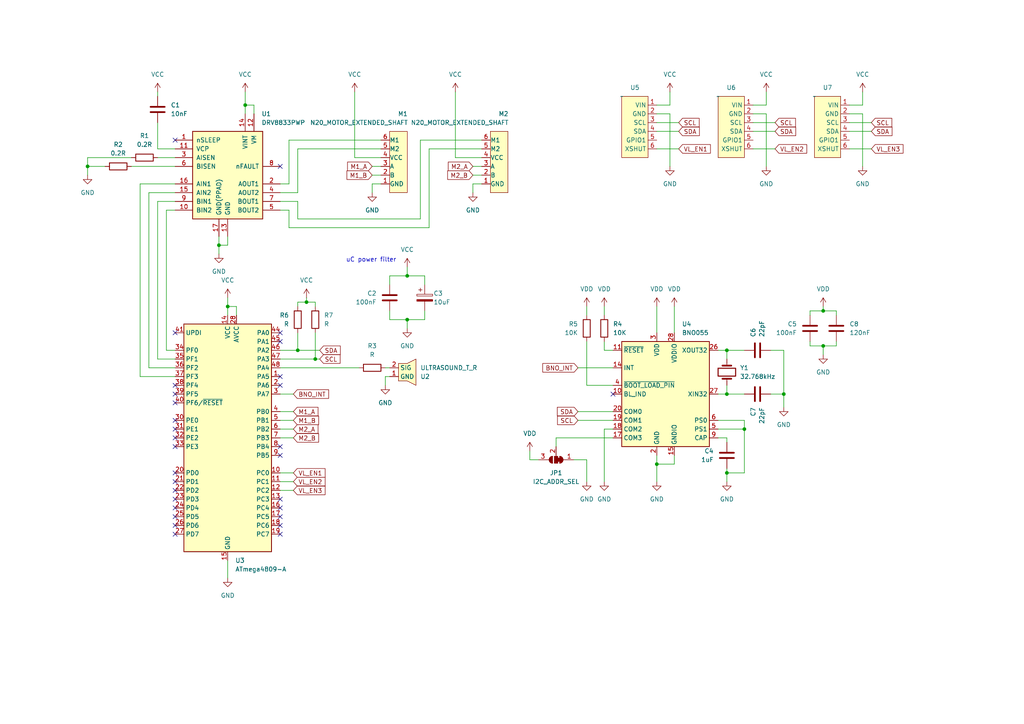
<source format=kicad_sch>
(kicad_sch (version 20230121) (generator eeschema)
  (paper "A4")
  (lib_symbols
    (symbol "Device:C" (pin_numbers hide) (pin_names (offset 0.254))
      (property "Reference" "C" (at 0.635 2.54 0))
      (property "Value" "C" (at 0.635 -2.54 0))
      (symbol "C_0_1"
        (polyline (pts (xy -2.032 -0.762) (xy 2.032 -0.762)) (stroke (width 0.508)))
        (polyline (pts (xy -2.032 0.762) (xy 2.032 0.762)) (stroke (width 0.508)))
      )
      (symbol "C_1_1"
        (pin passive line (at 0 3.81 270) (length 2.794) (name "~") (number "1"))
        (pin passive line (at 0 -3.81 90) (length 2.794) (name "~") (number "2"))
      )
    )
    (symbol "Device:C_Polarized" (pin_numbers hide) (pin_names (offset 0.254))
      (property "Reference" "C" (at 0.635 2.54 0))
      (property "Value" "C_Polarized" (at 0.635 -2.54 0))
      (symbol "C_Polarized_0_1"
        (rectangle (start -2.286 0.508) (end 2.286 1.016))
        (polyline (pts (xy -1.778 2.286) (xy -0.762 2.286)))
        (polyline (pts (xy -1.27 2.794) (xy -1.27 1.778)))
        (rectangle (start 2.286 -0.508) (end -2.286 -1.016) (fill (type outline)))
      )
      (symbol "C_Polarized_1_1"
        (pin passive line (at 0 3.81 270) (length 2.794) (name "~") (number "1"))
        (pin passive line (at 0 -3.81 90) (length 2.794) (name "~") (number "2"))
      )
    )
    (symbol "Device:Crystal" (pin_numbers hide) (pin_names (offset 1.016) hide)
      (property "Reference" "Y" (at 0 3.81 0))
      (property "Value" "Crystal" (at 0 -3.81 0))
      (symbol "Crystal_0_1"
        (rectangle (start -1.143 2.54) (end 1.143 -2.54) (stroke (width 0.3048)))
        (polyline (pts (xy -2.54 0) (xy -1.905 0)))
        (polyline (pts (xy -1.905 -1.27) (xy -1.905 1.27)) (stroke (width 0.508)))
        (polyline (pts (xy 1.905 -1.27) (xy 1.905 1.27)) (stroke (width 0.508)))
        (polyline (pts (xy 2.54 0) (xy 1.905 0)))
      )
      (symbol "Crystal_1_1"
        (pin passive line (at -3.81 0 0) (length 1.27) (name "1") (number "1"))
        (pin passive line (at 3.81 0 180) (length 1.27) (name "2") (number "2"))
      )
    )
    (symbol "Device:R" (pin_numbers hide) (pin_names (offset 0))
      (property "Reference" "R" (at 2.032 0 90))
      (property "Value" "R" (at 0 0 90))
      (symbol "R_0_1"
        (rectangle (start -1.016 -2.54) (end 1.016 2.54) (stroke (width 0.254)))
      )
      (symbol "R_1_1"
        (pin passive line (at 0 3.81 270) (length 1.27) (name "~") (number "1"))
        (pin passive line (at 0 -3.81 90) (length 1.27) (name "~") (number "2"))
      )
    )
    (symbol "Driver_Motor:DRV8833PWP" (pin_names (offset 1.016))
      (property "Reference" "U" (at -3.81 16.51 0))
      (property "Value" "DRV8833PWP" (at -3.81 13.97 0))
      (symbol "DRV8833PWP_0_1"
        (rectangle (start -10.16 12.7) (end 10.16 -12.7) (stroke (width 0.254)) (fill (type background)))
      )
      (symbol "DRV8833PWP_1_1"
        (pin input line (at -15.24 10.16 0) (length 5.08) (name "nSLEEP") (number "1"))
        (pin input line (at -15.24 -10.16 0) (length 5.08) (name "BIN2") (number "10"))
        (pin bidirectional line (at -15.24 7.62 0) (length 5.08) (name "VCP") (number "11"))
        (pin power_in line (at 7.62 17.78 270) (length 5.08) (name "VM") (number "12"))
        (pin power_in line (at 0 -17.78 90) (length 5.08) (name "GND") (number "13"))
        (pin power_in line (at 5.08 17.78 270) (length 5.08) (name "VINT") (number "14"))
        (pin input line (at -15.24 -5.08 0) (length 5.08) (name "AIN2") (number "15"))
        (pin input line (at -15.24 -2.54 0) (length 5.08) (name "AIN1") (number "16"))
        (pin power_in line (at -2.54 -17.78 90) (length 5.08) (name "GND(PPAD)") (number "17"))
        (pin power_out line (at 15.24 -2.54 180) (length 5.08) (name "AOUT1") (number "2"))
        (pin bidirectional line (at -15.24 5.08 0) (length 5.08) (name "AISEN") (number "3"))
        (pin power_out line (at 15.24 -5.08 180) (length 5.08) (name "AOUT2") (number "4"))
        (pin power_out line (at 15.24 -10.16 180) (length 5.08) (name "BOUT2") (number "5"))
        (pin bidirectional line (at -15.24 2.54 0) (length 5.08) (name "BISEN") (number "6"))
        (pin power_out line (at 15.24 -7.62 180) (length 5.08) (name "BOUT1") (number "7"))
        (pin open_collector line (at 15.24 2.54 180) (length 5.08) (name "nFAULT") (number "8"))
        (pin input line (at -15.24 -7.62 0) (length 5.08) (name "BIN1") (number "9"))
      )
    )
    (symbol "Jumper:SolderJumper_3_Bridged12" (pin_names (offset 0) hide)
      (property "Reference" "JP" (at -2.54 -2.54 0))
      (property "Value" "SolderJumper_3_Bridged12" (at 0 2.794 0))
      (symbol "SolderJumper_3_Bridged12_0_1"
        (rectangle (start -1.016 0.508) (end -0.508 -0.508) (fill (type outline)))
        (arc (start -1.016 1.016) (mid -2.0276 0) (end -1.016 -1.016))
        (arc (start -1.016 1.016) (mid -2.0276 0) (end -1.016 -1.016) (fill (type outline)))
        (rectangle (start -0.508 1.016) (end 0.508 -1.016) (fill (type outline)))
        (polyline (pts (xy -2.54 0) (xy -2.032 0)))
        (polyline (pts (xy -1.016 1.016) (xy -1.016 -1.016)))
        (polyline (pts (xy 0 -1.27) (xy 0 -1.016)))
        (polyline (pts (xy 1.016 1.016) (xy 1.016 -1.016)))
        (polyline (pts (xy 2.54 0) (xy 2.032 0)))
        (arc (start 1.016 -1.016) (mid 2.0276 0) (end 1.016 1.016))
        (arc (start 1.016 -1.016) (mid 2.0276 0) (end 1.016 1.016) (fill (type outline)))
      )
      (symbol "SolderJumper_3_Bridged12_1_1"
        (pin passive line (at -5.08 0 0) (length 2.54) (name "A") (number "1"))
        (pin passive line (at 0 -3.81 90) (length 2.54) (name "C") (number "2"))
        (pin passive line (at 5.08 0 180) (length 2.54) (name "B") (number "3"))
      )
    )
    (symbol "MCU_Microchip_ATmega:ATmega4809-A"
      (property "Reference" "U" (at -12.7 34.29 0))
      (property "Value" "ATmega4809-A" (at 2.54 -34.29 0))
      (symbol "ATmega4809-A_0_1"
        (rectangle (start -12.7 -33.02) (end 12.7 33.02) (stroke (width 0.254)) (fill (type background)))
      )
      (symbol "ATmega4809-A_1_1"
        (pin bidirectional line (at 15.24 17.78 180) (length 2.54) (name "PA5") (number "1"))
        (pin bidirectional line (at 15.24 -10.16 180) (length 2.54) (name "PC0") (number "10"))
        (pin bidirectional line (at 15.24 -12.7 180) (length 2.54) (name "PC1") (number "11"))
        (pin bidirectional line (at 15.24 -15.24 180) (length 2.54) (name "PC2") (number "12"))
        (pin bidirectional line (at 15.24 -17.78 180) (length 2.54) (name "PC3") (number "13"))
        (pin power_in line (at 0 35.56 270) (length 2.54) (name "VCC") (number "14"))
        (pin power_in line (at 0 -35.56 90) (length 2.54) (name "GND") (number "15"))
        (pin bidirectional line (at 15.24 -20.32 180) (length 2.54) (name "PC4") (number "16"))
        (pin bidirectional line (at 15.24 -22.86 180) (length 2.54) (name "PC5") (number "17"))
        (pin bidirectional line (at 15.24 -25.4 180) (length 2.54) (name "PC6") (number "18"))
        (pin bidirectional line (at 15.24 -27.94 180) (length 2.54) (name "PC7") (number "19"))
        (pin bidirectional line (at 15.24 15.24 180) (length 2.54) (name "PA6") (number "2"))
        (pin bidirectional line (at -15.24 -10.16 0) (length 2.54) (name "PD0") (number "20"))
        (pin bidirectional line (at -15.24 -12.7 0) (length 2.54) (name "PD1") (number "21"))
        (pin bidirectional line (at -15.24 -15.24 0) (length 2.54) (name "PD2") (number "22"))
        (pin bidirectional line (at -15.24 -17.78 0) (length 2.54) (name "PD3") (number "23"))
        (pin bidirectional line (at -15.24 -20.32 0) (length 2.54) (name "PD4") (number "24"))
        (pin bidirectional line (at -15.24 -22.86 0) (length 2.54) (name "PD5") (number "25"))
        (pin bidirectional line (at -15.24 -25.4 0) (length 2.54) (name "PD6") (number "26"))
        (pin bidirectional line (at -15.24 -27.94 0) (length 2.54) (name "PD7") (number "27"))
        (pin power_in line (at 2.54 35.56 270) (length 2.54) (name "AVCC") (number "28"))
        (pin passive line (at 0 -35.56 90) (length 2.54) hide (name "GND") (number "29"))
        (pin bidirectional line (at 15.24 12.7 180) (length 2.54) (name "PA7") (number "3"))
        (pin bidirectional line (at -15.24 5.08 0) (length 2.54) (name "PE0") (number "30"))
        (pin bidirectional line (at -15.24 2.54 0) (length 2.54) (name "PE1") (number "31"))
        (pin bidirectional line (at -15.24 0 0) (length 2.54) (name "PE2") (number "32"))
        (pin bidirectional line (at -15.24 -2.54 0) (length 2.54) (name "PE3") (number "33"))
        (pin bidirectional line (at -15.24 25.4 0) (length 2.54) (name "PF0") (number "34"))
        (pin bidirectional line (at -15.24 22.86 0) (length 2.54) (name "PF1") (number "35"))
        (pin bidirectional line (at -15.24 20.32 0) (length 2.54) (name "PF2") (number "36"))
        (pin bidirectional line (at -15.24 17.78 0) (length 2.54) (name "PF3") (number "37"))
        (pin bidirectional line (at -15.24 15.24 0) (length 2.54) (name "PF4") (number "38"))
        (pin bidirectional line (at -15.24 12.7 0) (length 2.54) (name "PF5") (number "39"))
        (pin bidirectional line (at 15.24 7.62 180) (length 2.54) (name "PB0") (number "4"))
        (pin bidirectional line (at -15.24 10.16 0) (length 2.54) (name "PF6/~{RESET}") (number "40"))
        (pin bidirectional line (at -15.24 30.48 0) (length 2.54) (name "UPDI") (number "41"))
        (pin passive line (at 0 35.56 270) (length 2.54) hide (name "VCC") (number "42"))
        (pin passive line (at 0 -35.56 90) (length 2.54) hide (name "GND") (number "43"))
        (pin bidirectional line (at 15.24 30.48 180) (length 2.54) (name "PA0") (number "44"))
        (pin bidirectional line (at 15.24 27.94 180) (length 2.54) (name "PA1") (number "45"))
        (pin bidirectional line (at 15.24 25.4 180) (length 2.54) (name "PA2") (number "46"))
        (pin bidirectional line (at 15.24 22.86 180) (length 2.54) (name "PA3") (number "47"))
        (pin bidirectional line (at 15.24 20.32 180) (length 2.54) (name "PA4") (number "48"))
        (pin bidirectional line (at 15.24 5.08 180) (length 2.54) (name "PB1") (number "5"))
        (pin bidirectional line (at 15.24 2.54 180) (length 2.54) (name "PB2") (number "6"))
        (pin bidirectional line (at 15.24 0 180) (length 2.54) (name "PB3") (number "7"))
        (pin bidirectional line (at 15.24 -2.54 180) (length 2.54) (name "PB4") (number "8"))
        (pin bidirectional line (at 15.24 -5.08 180) (length 2.54) (name "PB5") (number "9"))
      )
    )
    (symbol "Sensor_Motion:BNO055"
      (property "Reference" "U" (at -11.43 16.51 0))
      (property "Value" "BNO055" (at 12.7 16.51 0))
      (symbol "BNO055_0_1"
        (rectangle (start -12.7 15.24) (end 12.7 -15.24) (stroke (width 0.254)) (fill (type background)))
      )
      (symbol "BNO055_1_1"
        (pin no_connect line (at -12.7 10.16 0) (length 2.54) hide (name "PIN1") (number "1"))
        (pin output line (at -15.24 0 0) (length 2.54) (name "BL_IND") (number "10"))
        (pin input line (at -15.24 12.7 0) (length 2.54) (name "~{RESET}") (number "11"))
        (pin no_connect line (at 12.7 10.16 180) (length 2.54) hide (name "PIN12") (number "12"))
        (pin no_connect line (at 12.7 7.62 180) (length 2.54) hide (name "PIN13") (number "13"))
        (pin output line (at -15.24 7.62 0) (length 2.54) (name "INT") (number "14"))
        (pin power_in line (at 2.54 -17.78 90) (length 2.54) (name "GNDIO") (number "15"))
        (pin passive line (at 2.54 -17.78 90) (length 2.54) hide (name "GNDIO") (number "16"))
        (pin input line (at -15.24 -12.7 0) (length 2.54) (name "COM3") (number "17"))
        (pin passive line (at -15.24 -10.16 0) (length 2.54) (name "COM2") (number "18"))
        (pin bidirectional line (at -15.24 -7.62 0) (length 2.54) (name "COM1") (number "19"))
        (pin power_in line (at -2.54 -17.78 90) (length 2.54) (name "GND") (number "2"))
        (pin bidirectional line (at -15.24 -5.08 0) (length 2.54) (name "COM0") (number "20"))
        (pin no_connect line (at 12.7 5.08 180) (length 2.54) hide (name "PIN21") (number "21"))
        (pin no_connect line (at 12.7 2.54 180) (length 2.54) hide (name "PIN22") (number "22"))
        (pin no_connect line (at 12.7 -2.54 180) (length 2.54) hide (name "PIN23") (number "23"))
        (pin no_connect line (at 12.7 -5.08 180) (length 2.54) hide (name "PIN24") (number "24"))
        (pin passive line (at 2.54 -17.78 90) (length 2.54) hide (name "GNDIO") (number "25"))
        (pin output line (at 15.24 12.7 180) (length 2.54) (name "XOUT32") (number "26"))
        (pin input line (at 15.24 0 180) (length 2.54) (name "XIN32") (number "27"))
        (pin power_in line (at 2.54 17.78 270) (length 2.54) (name "VDDIO") (number "28"))
        (pin power_in line (at -2.54 17.78 270) (length 2.54) (name "VDD") (number "3"))
        (pin input line (at -15.24 2.54 0) (length 2.54) (name "~{BOOT_LOAD_PIN}") (number "4"))
        (pin input line (at 15.24 -10.16 180) (length 2.54) (name "PS1") (number "5"))
        (pin input line (at 15.24 -7.62 180) (length 2.54) (name "PS0") (number "6"))
        (pin no_connect line (at -12.7 5.08 0) (length 2.54) hide (name "PIN7") (number "7"))
        (pin no_connect line (at -12.7 -2.54 0) (length 2.54) hide (name "PIN8") (number "8"))
        (pin passive line (at 15.24 -12.7 180) (length 2.54) (name "CAP") (number "9"))
      )
    )
    (symbol "pololu:N20_MOTOR_EXTENDED_SHAFT" (pin_names (offset 0.002))
      (property "Reference" "M" (at 2.54 -19.05 0))
      (property "Value" "N20_MOTOR_EXTENDED_SHAFT" (at 13.97 1.27 0))
      (symbol "N20_MOTOR_EXTENDED_SHAFT_0_1"
        (rectangle (start 0 0) (end 5.08 -17.78) (fill (type background)))
      )
      (symbol "N20_MOTOR_EXTENDED_SHAFT_1_1"
        (pin power_in line (at 7.62 -15.24 180) (length 2.54) (name "GND") (number "1"))
        (pin output line (at 7.62 -12.7 180) (length 2.54) (name "B") (number "2"))
        (pin output line (at 7.62 -10.16 180) (length 2.54) (name "A") (number "3"))
        (pin power_in line (at 7.62 -7.62 180) (length 2.54) (name "VCC") (number "4"))
        (pin input line (at 7.62 -5.08 180) (length 2.54) (name "M2") (number "5"))
        (pin input line (at 7.62 -2.54 180) (length 2.54) (name "M1") (number "6"))
      )
    )
    (symbol "pololu:ULTRASOUND_T_R"
      (property "Reference" "U" (at 8.89 -3.81 0))
      (property "Value" "ULTRASOUND_T_R" (at 0 1.27 0))
      (symbol "ULTRASOUND_T_R_1_1"
        (polyline (pts (xy 2.54 -1.27) (xy 2.54 -6.35) (xy 5.08 -6.35) (xy 7.62 -7.62) (xy 7.62 0) (xy 5.08 -1.27) (xy 2.54 -1.27)) (fill (type background)))
        (pin power_in line (at 0 -2.54 0) (length 2.54) (name "GND") (number "1"))
        (pin input line (at 0 -5.08 0) (length 2.54) (name "SIG") (number "2"))
      )
    )
    (symbol "pololu:VL53L0X"
      (property "Reference" "U" (at 1.27 1.27 0))
      (symbol "VL53L0X_1_1"
        (rectangle (start 0 0) (end 7.62 -17.78) (fill (type background)))
        (pin power_in line (at 10.16 -2.54 180) (length 2.54) (name "VIN") (number "1"))
        (pin power_in line (at 10.16 -5.08 180) (length 2.54) (name "GND") (number "2"))
        (pin input line (at 10.16 -7.62 180) (length 2.54) (name "SCL") (number "3"))
        (pin bidirectional line (at 10.16 -10.16 180) (length 2.54) (name "SDA") (number "4"))
        (pin output line (at 10.16 -12.7 180) (length 2.54) (name "GPIO1") (number "5"))
        (pin input line (at 10.16 -15.24 180) (length 2.54) (name "XSHUT") (number "6"))
      )
    )
    (symbol "power:GND" (power) (pin_names (offset 0))
      (property "Value" "GND" (at 0 -3.81 0))
      (symbol "GND_0_1"
        (polyline (pts (xy 0 0) (xy 0 -1.27) (xy 1.27 -1.27) (xy 0 -2.54) (xy -1.27 -1.27) (xy 0 -1.27)))
      )
      (symbol "GND_1_1"
        (pin power_in line (at 0 0 270) (length 0) hide (name "GND") (number "1"))
      )
    )
    (symbol "power:VCC" (power) (pin_names (offset 0))
      (property "Value" "VCC" (at 0 3.81 0))
      (symbol "VCC_0_1"
        (polyline (pts (xy -0.762 1.27) (xy 0 2.54)))
        (polyline (pts (xy 0 0) (xy 0 2.54)))
        (polyline (pts (xy 0 2.54) (xy 0.762 1.27)))
      )
      (symbol "VCC_1_1"
        (pin power_in line (at 0 0 90) (length 0) hide (name "VCC") (number "1"))
      )
    )
    (symbol "power:VDD" (power) (pin_names (offset 0))
      (property "Value" "VDD" (at 0 3.81 0))
      (symbol "VDD_0_1"
        (polyline (pts (xy -0.762 1.27) (xy 0 2.54)))
        (polyline (pts (xy 0 0) (xy 0 2.54)))
        (polyline (pts (xy 0 2.54) (xy 0.762 1.27)))
      )
      (symbol "VDD_1_1"
        (pin power_in line (at 0 0 90) (length 0) hide (name "VDD") (number "1"))
      )
    )
  )
  (junction (at 238.76 100.33))
  (junction (at 215.9 124.46))
  (junction (at 71.12 30.48))
  (junction (at 190.5 134.62))
  (junction (at 88.9 87.63))
  (junction (at 210.82 137.16))
  (junction (at 63.5 71.12))
  (junction (at 118.11 92.71))
  (junction (at 118.11 80.01))
  (junction (at 86.36 101.6))
  (junction (at 91.44 104.14))
  (junction (at 210.82 114.3))
  (junction (at 66.04 88.9))
  (junction (at 238.76 90.17))
  (junction (at 25.4 48.26))
  (junction (at 210.82 101.6))
  (junction (at 227.33 114.3))
  (no_connect (at 81.28 129.54))
  (no_connect (at 50.8 116.84))
  (no_connect (at 50.8 124.46))
  (no_connect (at 81.28 48.26))
  (no_connect (at 50.8 114.3))
  (no_connect (at 50.8 142.24))
  (no_connect (at 50.8 152.4))
  (no_connect (at 50.8 139.7))
  (no_connect (at 177.8 114.3))
  (no_connect (at 50.8 149.86))
  (no_connect (at 81.28 144.78))
  (no_connect (at 50.8 127))
  (no_connect (at 81.28 132.08))
  (no_connect (at 50.8 147.32))
  (no_connect (at 50.8 96.52))
  (no_connect (at 50.8 137.16))
  (no_connect (at 81.28 149.86))
  (no_connect (at 81.28 109.22))
  (no_connect (at 50.8 111.76))
  (no_connect (at 50.8 121.92))
  (no_connect (at 81.28 154.94))
  (no_connect (at 81.28 111.76))
  (no_connect (at 50.8 40.64))
  (no_connect (at 50.8 154.94))
  (no_connect (at 50.8 144.78))
  (no_connect (at 81.28 96.52))
  (no_connect (at 81.28 147.32))
  (no_connect (at 81.28 99.06))
  (no_connect (at 50.8 129.54))
  (no_connect (at 81.28 152.4))
  (wire (pts (xy 246.38 35.56) (xy 252.73 35.56)))
  (wire (pts (xy 81.28 142.24) (xy 85.09 142.24)))
  (wire (pts (xy 81.28 60.96) (xy 83.82 60.96)))
  (wire (pts (xy 66.04 68.58) (xy 66.04 71.12)))
  (wire (pts (xy 177.8 127) (xy 161.29 127)))
  (wire (pts (xy 215.9 121.92) (xy 215.9 124.46)))
  (wire (pts (xy 234.95 90.17) (xy 234.95 91.44)))
  (wire (pts (xy 238.76 90.17) (xy 234.95 90.17)))
  (wire (pts (xy 190.5 38.1) (xy 196.85 38.1)))
  (wire (pts (xy 110.49 53.34) (xy 107.95 53.34)))
  (wire (pts (xy 137.16 55.88) (xy 137.16 53.34)))
  (wire (pts (xy 234.95 100.33) (xy 234.95 99.06)))
  (wire (pts (xy 91.44 104.14) (xy 92.71 104.14)))
  (wire (pts (xy 38.1 45.72) (xy 25.4 45.72)))
  (wire (pts (xy 86.36 55.88) (xy 86.36 43.18)))
  (wire (pts (xy 170.18 111.76) (xy 170.18 99.06)))
  (wire (pts (xy 43.18 106.68) (xy 50.8 106.68)))
  (wire (pts (xy 81.28 114.3) (xy 85.09 114.3)))
  (wire (pts (xy 123.19 90.17) (xy 123.19 92.71)))
  (wire (pts (xy 139.7 45.72) (xy 132.08 45.72)))
  (wire (pts (xy 190.5 134.62) (xy 190.5 139.7)))
  (wire (pts (xy 66.04 88.9) (xy 68.58 88.9)))
  (wire (pts (xy 121.92 63.5) (xy 121.92 40.64)))
  (wire (pts (xy 111.76 109.22) (xy 113.03 109.22)))
  (wire (pts (xy 91.44 96.52) (xy 91.44 104.14)))
  (wire (pts (xy 161.29 127) (xy 161.29 129.54)))
  (wire (pts (xy 194.31 30.48) (xy 194.31 26.67)))
  (wire (pts (xy 195.58 88.9) (xy 195.58 96.52)))
  (wire (pts (xy 139.7 53.34) (xy 137.16 53.34)))
  (wire (pts (xy 238.76 100.33) (xy 238.76 102.87)))
  (wire (pts (xy 124.46 43.18) (xy 139.7 43.18)))
  (wire (pts (xy 25.4 48.26) (xy 25.4 50.8)))
  (wire (pts (xy 222.25 33.02) (xy 222.25 48.26)))
  (wire (pts (xy 175.26 88.9) (xy 175.26 91.44)))
  (wire (pts (xy 177.8 111.76) (xy 170.18 111.76)))
  (wire (pts (xy 195.58 132.08) (xy 195.58 134.62)))
  (wire (pts (xy 208.28 124.46) (xy 215.9 124.46)))
  (wire (pts (xy 223.52 101.6) (xy 227.33 101.6)))
  (wire (pts (xy 113.03 80.01) (xy 118.11 80.01)))
  (wire (pts (xy 137.16 50.8) (xy 139.7 50.8)))
  (wire (pts (xy 71.12 30.48) (xy 71.12 33.02)))
  (wire (pts (xy 167.64 106.68) (xy 177.8 106.68)))
  (wire (pts (xy 48.26 60.96) (xy 50.8 60.96)))
  (wire (pts (xy 238.76 90.17) (xy 242.57 90.17)))
  (wire (pts (xy 86.36 43.18) (xy 110.49 43.18)))
  (wire (pts (xy 86.36 101.6) (xy 92.71 101.6)))
  (wire (pts (xy 190.5 30.48) (xy 194.31 30.48)))
  (wire (pts (xy 167.64 119.38) (xy 177.8 119.38)))
  (wire (pts (xy 66.04 162.56) (xy 66.04 167.64)))
  (wire (pts (xy 66.04 86.36) (xy 66.04 88.9)))
  (wire (pts (xy 190.5 35.56) (xy 196.85 35.56)))
  (wire (pts (xy 63.5 71.12) (xy 66.04 71.12)))
  (wire (pts (xy 102.87 26.67) (xy 102.87 45.72)))
  (wire (pts (xy 86.36 87.63) (xy 86.36 88.9)))
  (wire (pts (xy 123.19 80.01) (xy 118.11 80.01)))
  (wire (pts (xy 218.44 43.18) (xy 224.79 43.18)))
  (wire (pts (xy 86.36 96.52) (xy 86.36 101.6)))
  (wire (pts (xy 83.82 60.96) (xy 83.82 66.04)))
  (wire (pts (xy 50.8 55.88) (xy 43.18 55.88)))
  (wire (pts (xy 190.5 88.9) (xy 190.5 96.52)))
  (wire (pts (xy 123.19 82.55) (xy 123.19 80.01)))
  (wire (pts (xy 170.18 133.35) (xy 170.18 139.7)))
  (wire (pts (xy 86.36 55.88) (xy 81.28 55.88)))
  (wire (pts (xy 63.5 71.12) (xy 63.5 73.66)))
  (wire (pts (xy 210.82 137.16) (xy 210.82 139.7)))
  (wire (pts (xy 227.33 114.3) (xy 223.52 114.3)))
  (wire (pts (xy 71.12 26.67) (xy 71.12 30.48)))
  (wire (pts (xy 38.1 48.26) (xy 50.8 48.26)))
  (wire (pts (xy 50.8 53.34) (xy 40.64 53.34)))
  (wire (pts (xy 177.8 124.46) (xy 175.26 124.46)))
  (wire (pts (xy 175.26 124.46) (xy 175.26 139.7)))
  (wire (pts (xy 238.76 100.33) (xy 234.95 100.33)))
  (wire (pts (xy 107.95 55.88) (xy 107.95 53.34)))
  (wire (pts (xy 242.57 91.44) (xy 242.57 90.17)))
  (wire (pts (xy 111.76 111.76) (xy 111.76 109.22)))
  (wire (pts (xy 81.28 127) (xy 85.09 127)))
  (wire (pts (xy 73.66 30.48) (xy 71.12 30.48)))
  (wire (pts (xy 81.28 121.92) (xy 85.09 121.92)))
  (wire (pts (xy 91.44 88.9) (xy 91.44 87.63)))
  (wire (pts (xy 118.11 92.71) (xy 118.11 95.25)))
  (wire (pts (xy 83.82 66.04) (xy 124.46 66.04)))
  (wire (pts (xy 113.03 90.17) (xy 113.03 92.71)))
  (wire (pts (xy 250.19 33.02) (xy 250.19 48.26)))
  (wire (pts (xy 210.82 101.6) (xy 210.82 104.14)))
  (wire (pts (xy 73.66 33.02) (xy 73.66 30.48)))
  (wire (pts (xy 246.38 43.18) (xy 252.73 43.18)))
  (wire (pts (xy 215.9 137.16) (xy 210.82 137.16)))
  (wire (pts (xy 45.72 43.18) (xy 50.8 43.18)))
  (wire (pts (xy 170.18 88.9) (xy 170.18 91.44)))
  (wire (pts (xy 40.64 53.34) (xy 40.64 109.22)))
  (wire (pts (xy 218.44 33.02) (xy 222.25 33.02)))
  (wire (pts (xy 25.4 45.72) (xy 25.4 48.26)))
  (wire (pts (xy 81.28 119.38) (xy 85.09 119.38)))
  (wire (pts (xy 86.36 58.42) (xy 86.36 63.5)))
  (wire (pts (xy 107.95 48.26) (xy 110.49 48.26)))
  (wire (pts (xy 167.64 121.92) (xy 177.8 121.92)))
  (wire (pts (xy 208.28 127) (xy 210.82 127)))
  (wire (pts (xy 210.82 101.6) (xy 215.9 101.6)))
  (wire (pts (xy 113.03 92.71) (xy 118.11 92.71)))
  (wire (pts (xy 210.82 114.3) (xy 215.9 114.3)))
  (wire (pts (xy 48.26 101.6) (xy 48.26 60.96)))
  (wire (pts (xy 210.82 135.89) (xy 210.82 137.16)))
  (wire (pts (xy 107.95 50.8) (xy 110.49 50.8)))
  (wire (pts (xy 166.37 133.35) (xy 170.18 133.35)))
  (wire (pts (xy 88.9 87.63) (xy 91.44 87.63)))
  (wire (pts (xy 250.19 30.48) (xy 250.19 26.67)))
  (wire (pts (xy 88.9 87.63) (xy 86.36 87.63)))
  (wire (pts (xy 153.67 133.35) (xy 153.67 130.81)))
  (wire (pts (xy 113.03 82.55) (xy 113.03 80.01)))
  (wire (pts (xy 190.5 33.02) (xy 194.31 33.02)))
  (wire (pts (xy 208.28 114.3) (xy 210.82 114.3)))
  (wire (pts (xy 83.82 40.64) (xy 83.82 53.34)))
  (wire (pts (xy 238.76 88.9) (xy 238.76 90.17)))
  (wire (pts (xy 190.5 132.08) (xy 190.5 134.62)))
  (wire (pts (xy 153.67 133.35) (xy 156.21 133.35)))
  (wire (pts (xy 227.33 101.6) (xy 227.33 114.3)))
  (wire (pts (xy 246.38 33.02) (xy 250.19 33.02)))
  (wire (pts (xy 40.64 109.22) (xy 50.8 109.22)))
  (wire (pts (xy 81.28 137.16) (xy 85.09 137.16)))
  (wire (pts (xy 246.38 30.48) (xy 250.19 30.48)))
  (wire (pts (xy 45.72 35.56) (xy 45.72 43.18)))
  (wire (pts (xy 218.44 30.48) (xy 222.25 30.48)))
  (wire (pts (xy 81.28 58.42) (xy 86.36 58.42)))
  (wire (pts (xy 190.5 43.18) (xy 196.85 43.18)))
  (wire (pts (xy 110.49 45.72) (xy 102.87 45.72)))
  (wire (pts (xy 194.31 33.02) (xy 194.31 48.26)))
  (wire (pts (xy 66.04 88.9) (xy 66.04 91.44)))
  (wire (pts (xy 175.26 99.06) (xy 175.26 101.6)))
  (wire (pts (xy 50.8 101.6) (xy 48.26 101.6)))
  (wire (pts (xy 25.4 48.26) (xy 30.48 48.26)))
  (wire (pts (xy 210.82 127) (xy 210.82 128.27)))
  (wire (pts (xy 238.76 100.33) (xy 242.57 100.33)))
  (wire (pts (xy 195.58 134.62) (xy 190.5 134.62)))
  (wire (pts (xy 81.28 104.14) (xy 91.44 104.14)))
  (wire (pts (xy 208.28 121.92) (xy 215.9 121.92)))
  (wire (pts (xy 246.38 38.1) (xy 252.73 38.1)))
  (wire (pts (xy 86.36 63.5) (xy 121.92 63.5)))
  (wire (pts (xy 175.26 101.6) (xy 177.8 101.6)))
  (wire (pts (xy 218.44 35.56) (xy 224.79 35.56)))
  (wire (pts (xy 45.72 45.72) (xy 50.8 45.72)))
  (wire (pts (xy 45.72 26.67) (xy 45.72 27.94)))
  (wire (pts (xy 123.19 92.71) (xy 118.11 92.71)))
  (wire (pts (xy 81.28 101.6) (xy 86.36 101.6)))
  (wire (pts (xy 222.25 30.48) (xy 222.25 26.67)))
  (wire (pts (xy 45.72 58.42) (xy 45.72 104.14)))
  (wire (pts (xy 137.16 48.26) (xy 139.7 48.26)))
  (wire (pts (xy 88.9 86.36) (xy 88.9 87.63)))
  (wire (pts (xy 227.33 114.3) (xy 227.33 118.11)))
  (wire (pts (xy 121.92 40.64) (xy 139.7 40.64)))
  (wire (pts (xy 83.82 53.34) (xy 81.28 53.34)))
  (wire (pts (xy 63.5 68.58) (xy 63.5 71.12)))
  (wire (pts (xy 208.28 101.6) (xy 210.82 101.6)))
  (wire (pts (xy 215.9 124.46) (xy 215.9 137.16)))
  (wire (pts (xy 43.18 55.88) (xy 43.18 106.68)))
  (wire (pts (xy 83.82 40.64) (xy 110.49 40.64)))
  (wire (pts (xy 111.76 106.68) (xy 113.03 106.68)))
  (wire (pts (xy 68.58 91.44) (xy 68.58 88.9)))
  (wire (pts (xy 45.72 104.14) (xy 50.8 104.14)))
  (wire (pts (xy 218.44 38.1) (xy 224.79 38.1)))
  (wire (pts (xy 81.28 124.46) (xy 85.09 124.46)))
  (wire (pts (xy 81.28 139.7) (xy 85.09 139.7)))
  (wire (pts (xy 242.57 99.06) (xy 242.57 100.33)))
  (wire (pts (xy 50.8 58.42) (xy 45.72 58.42)))
  (wire (pts (xy 124.46 66.04) (xy 124.46 43.18)))
  (wire (pts (xy 210.82 114.3) (xy 210.82 111.76)))
  (wire (pts (xy 132.08 26.67) (xy 132.08 45.72)))
  (wire (pts (xy 118.11 80.01) (xy 118.11 77.47)))
  (wire (pts (xy 81.28 106.68) (xy 104.14 106.68)))
  (text "uC power filter" (at 100.33 76.2 0) (effects (font (size 1.27 1.27)) (justify left bottom)))
  (global_label "VL_EN3" (shape input) (at 85.09 142.24 0) (property "Intersheetrefs" "${INTERSHEET_REFS}" (effects hide)))
  (global_label "M1_B" (shape input) (at 107.95 50.8 180) (property "Intersheetrefs" "${INTERSHEET_REFS}" (effects hide)))
  (global_label "SCL" (shape input) (at 167.64 121.92 180) (property "Intersheetrefs" "${INTERSHEET_REFS}" (effects hide)))
  (global_label "VL_EN2" (shape input) (at 85.09 139.7 0) (property "Intersheetrefs" "${INTERSHEET_REFS}" (effects hide)))
  (global_label "M2_A" (shape input) (at 85.09 124.46 0) (property "Intersheetrefs" "${INTERSHEET_REFS}" (effects hide)))
  (global_label "M2_B" (shape input) (at 85.09 127 0) (property "Intersheetrefs" "${INTERSHEET_REFS}" (effects hide)))
  (global_label "SCL" (shape input) (at 92.71 104.14 0) (property "Intersheetrefs" "${INTERSHEET_REFS}" (effects hide)))
  (global_label "M2_B" (shape input) (at 137.16 50.8 180) (property "Intersheetrefs" "${INTERSHEET_REFS}" (effects hide)))
  (global_label "VL_EN3" (shape input) (at 252.73 43.18 0) (property "Intersheetrefs" "${INTERSHEET_REFS}" (effects hide)))
  (global_label "VL_EN1" (shape input) (at 85.09 137.16 0) (property "Intersheetrefs" "${INTERSHEET_REFS}" (effects hide)))
  (global_label "SDA" (shape input) (at 196.85 38.1 0) (property "Intersheetrefs" "${INTERSHEET_REFS}" (effects hide)))
  (global_label "SDA" (shape input) (at 92.71 101.6 0) (property "Intersheetrefs" "${INTERSHEET_REFS}" (effects hide)))
  (global_label "M1_B" (shape input) (at 85.09 121.92 0) (property "Intersheetrefs" "${INTERSHEET_REFS}" (effects hide)))
  (global_label "SCL" (shape input) (at 252.73 35.56 0) (property "Intersheetrefs" "${INTERSHEET_REFS}" (effects hide)))
  (global_label "BNO_INT" (shape input) (at 167.64 106.68 180) (property "Intersheetrefs" "${INTERSHEET_REFS}" (effects hide)))
  (global_label "VL_EN2" (shape input) (at 224.79 43.18 0) (property "Intersheetrefs" "${INTERSHEET_REFS}" (effects hide)))
  (global_label "M1_A" (shape input) (at 107.95 48.26 180) (property "Intersheetrefs" "${INTERSHEET_REFS}" (effects hide)))
  (global_label "M2_A" (shape input) (at 137.16 48.26 180) (property "Intersheetrefs" "${INTERSHEET_REFS}" (effects hide)))
  (global_label "SCL" (shape input) (at 196.85 35.56 0) (property "Intersheetrefs" "${INTERSHEET_REFS}" (effects hide)))
  (global_label "SDA" (shape input) (at 224.79 38.1 0) (property "Intersheetrefs" "${INTERSHEET_REFS}" (effects hide)))
  (global_label "VL_EN1" (shape input) (at 196.85 43.18 0) (property "Intersheetrefs" "${INTERSHEET_REFS}" (effects hide)))
  (global_label "SDA" (shape input) (at 167.64 119.38 180) (property "Intersheetrefs" "${INTERSHEET_REFS}" (effects hide)))
  (global_label "SDA" (shape input) (at 252.73 38.1 0) (property "Intersheetrefs" "${INTERSHEET_REFS}" (effects hide)))
  (global_label "SCL" (shape input) (at 224.79 35.56 0) (property "Intersheetrefs" "${INTERSHEET_REFS}" (effects hide)))
  (global_label "M1_A" (shape input) (at 85.09 119.38 0) (property "Intersheetrefs" "${INTERSHEET_REFS}" (effects hide)))
  (global_label "BNO_INT" (shape input) (at 85.09 114.3 0) (property "Intersheetrefs" "${INTERSHEET_REFS}" (effects hide)))
  (symbol (lib_id "power:VDD") (at 170.18 88.9 0) (unit 1)
    (property "Reference" "#PWR016" (effects hide))
    (property "Value" "VDD" (at 170.18 83.82 0))
  )
  (symbol (lib_id "Device:C") (at 219.71 114.3 90) (mirror x) (unit 1)
    (property "Reference" "C7" (at 218.44 118.11 0) (effects (justify left)))
    (property "Value" "22pF" (at 220.98 118.11 0) (effects (justify left)))
  )
  (symbol (lib_id "power:GND") (at 66.04 167.64 0) (mirror y) (unit 1)
    (property "Reference" "#PWR07" (effects hide))
    (property "Value" "GND" (at 66.04 172.72 0))
  )
  (symbol (lib_id "power:GND") (at 170.18 139.7 0) (mirror y) (unit 1)
    (property "Reference" "#PWR017" (effects hide))
    (property "Value" "GND" (at 170.18 144.78 0))
  )
  (symbol (lib_id "power:VDD") (at 153.67 130.81 0) (unit 1)
    (property "Reference" "#PWR018" (effects hide))
    (property "Value" "VDD" (at 153.67 125.73 0))
  )
  (symbol (lib_id "power:VCC") (at 45.72 26.67 0) (mirror y) (unit 1)
    (property "Reference" "#PWR05" (effects hide))
    (property "Value" "VCC" (at 45.72 21.59 0))
  )
  (symbol (lib_id "Device:C") (at 242.57 95.25 0) (unit 1)
    (property "Reference" "C8" (at 246.38 93.98 0) (effects (justify left)))
    (property "Value" "120nF" (at 246.38 96.52 0) (effects (justify left)))
  )
  (symbol (lib_id "Device:R") (at 175.26 95.25 180) (unit 1)
    (property "Reference" "R4" (at 177.8 93.98 0) (effects (justify right)))
    (property "Value" "10K" (at 177.8 96.52 0) (effects (justify right)))
  )
  (symbol (lib_id "power:VDD") (at 175.26 88.9 0) (unit 1)
    (property "Reference" "#PWR015" (effects hide))
    (property "Value" "VDD" (at 175.26 83.82 0))
  )
  (symbol (lib_id "Driver_Motor:DRV8833PWP") (at 66.04 50.8 0) (unit 1)
    (property "Reference" "U1" (at 75.8541 33.02 0) (effects (justify left)))
    (property "Value" "DRV8833PWP" (at 75.8541 35.56 0) (effects (justify left)))
    (property "Footprint" "Package_SO:HTSSOP-16-1EP_4.4x5mm_P0.65mm_EP3.4x5mm_Mask2.46x2.31mm_ThermalVias" (effects hide))
    (property "Datasheet" "http://www.ti.com/lit/ds/symlink/drv8833.pdf" (effects hide))
  )
  (symbol (lib_id "power:GND") (at 227.33 118.11 0) (mirror y) (unit 1)
    (property "Reference" "#PWR022" (effects hide))
    (property "Value" "GND" (at 227.33 123.19 0))
  )
  (symbol (lib_id "power:VCC") (at 118.11 77.47 0) (mirror y) (unit 1)
    (property "Reference" "#PWR010" (effects hide))
    (property "Value" "VCC" (at 118.11 72.39 0))
  )
  (symbol (lib_id "power:VCC") (at 250.19 26.67 0) (mirror y) (unit 1)
    (property "Reference" "#PWR027" (effects hide))
    (property "Value" "VCC" (at 250.19 21.59 0))
  )
  (symbol (lib_id "power:VDD") (at 190.5 88.9 0) (unit 1)
    (property "Reference" "#PWR013" (effects hide))
    (property "Value" "VDD" (at 190.5 83.82 0))
  )
  (symbol (lib_id "power:GND") (at 137.16 55.88 0) (mirror y) (unit 1)
    (property "Reference" "#PWR01" (effects hide))
    (property "Value" "GND" (at 137.16 60.96 0))
  )
  (symbol (lib_id "power:GND") (at 25.4 50.8 0) (mirror y) (unit 1)
    (property "Reference" "#PWR06" (effects hide))
    (property "Value" "GND" (at 25.4 55.88 0))
  )
  (symbol (lib_id "power:GND") (at 250.19 48.26 0) (mirror y) (unit 1)
    (property "Reference" "#PWR030" (effects hide))
    (property "Value" "GND" (at 250.19 53.34 0))
  )
  (symbol (lib_id "power:VDD") (at 195.58 88.9 0) (unit 1)
    (property "Reference" "#PWR024" (effects hide))
    (property "Value" "VDD" (at 195.58 83.82 0))
  )
  (symbol (lib_id "power:GND") (at 194.31 48.26 0) (mirror y) (unit 1)
    (property "Reference" "#PWR028" (effects hide))
    (property "Value" "GND" (at 194.31 53.34 0))
  )
  (symbol (lib_id "Device:C") (at 210.82 132.08 0) (mirror y) (unit 1)
    (property "Reference" "C4" (at 207.01 130.81 0) (effects (justify left)))
    (property "Value" "1uF" (at 207.01 133.35 0) (effects (justify left)))
  )
  (symbol (lib_id "Device:R") (at 41.91 45.72 90) (unit 1)
    (property "Reference" "R1" (at 41.91 39.37 90))
    (property "Value" "0.2R" (at 41.91 41.91 90))
  )
  (symbol (lib_id "Device:Crystal") (at 210.82 107.95 90) (unit 1)
    (property "Reference" "Y1" (at 214.63 106.68 90) (effects (justify right)))
    (property "Value" "32.768kHz" (at 214.63 109.22 90) (effects (justify right)))
    (property "Footprint" "Crystal:Crystal_SMD_MicroCrystal_CM9V-T1A-2Pin_1.6x1.0mm" (effects hide))
  )
  (symbol (lib_id "power:VCC") (at 71.12 26.67 0) (mirror y) (unit 1)
    (property "Reference" "#PWR04" (effects hide))
    (property "Value" "VCC" (at 71.12 21.59 0))
  )
  (symbol (lib_id "pololu:ULTRASOUND_T_R") (at 113.03 111.76 0) (mirror x) (unit 1)
    (property "Reference" "U2" (at 121.92 109.22 0) (effects (justify left)))
    (property "Value" "ULTRASOUND_T_R" (at 121.92 106.68 0) (effects (justify left)))
    (property "Footprint" "pololu:ULTRASOUND_T_R" (effects hide))
  )
  (symbol (lib_id "Device:C") (at 45.72 31.75 0) (unit 1)
    (property "Reference" "C1" (at 49.53 30.48 0) (effects (justify left)))
    (property "Value" "10nF" (at 49.53 33.02 0) (effects (justify left)))
  )
  (symbol (lib_id "power:GND") (at 210.82 139.7 0) (mirror y) (unit 1)
    (property "Reference" "#PWR012" (effects hide))
    (property "Value" "GND" (at 210.82 144.78 0))
  )
  (symbol (lib_id "Device:R") (at 170.18 95.25 0) (mirror x) (unit 1)
    (property "Reference" "R5" (at 167.64 93.98 0) (effects (justify right)))
    (property "Value" "10K" (at 167.64 96.52 0) (effects (justify right)))
  )
  (symbol (lib_id "power:GND") (at 238.76 102.87 0) (mirror y) (unit 1)
    (property "Reference" "#PWR021" (effects hide))
    (property "Value" "GND" (at 238.76 107.95 0))
  )
  (symbol (lib_id "power:GND") (at 118.11 95.25 0) (mirror y) (unit 1)
    (property "Reference" "#PWR011" (effects hide))
    (property "Value" "GND" (at 118.11 100.33 0))
  )
  (symbol (lib_id "Device:R") (at 34.29 48.26 90) (unit 1)
    (property "Reference" "R2" (at 34.29 41.91 90))
    (property "Value" "0.2R" (at 34.29 44.45 90))
  )
  (symbol (lib_id "MCU_Microchip_ATmega:ATmega4809-A") (at 66.04 127 0) (unit 1)
    (property "Reference" "U3" (at 68.2341 162.56 0) (effects (justify left)))
    (property "Value" "ATmega4809-A" (at 68.2341 165.1 0) (effects (justify left)))
    (property "Footprint" "Package_QFP:TQFP-48_7x7mm_P0.5mm" (effects hide))
    (property "Datasheet" "http://ww1.microchip.com/downloads/en/DeviceDoc/40002016A.pdf" (effects hide))
  )
  (symbol (lib_id "Device:R") (at 86.36 92.71 0) (mirror x) (unit 1)
    (property "Reference" "R6" (at 83.82 91.44 0) (effects (justify right)))
    (property "Value" "R" (at 83.82 93.98 0) (effects (justify right)))
  )
  (symbol (lib_id "pololu:VL53L0X") (at 208.28 27.94 0) (unit 1)
    (property "Reference" "U6" (at 212.09 25.4 0))
    (property "Value" "~" (at 208.28 27.94 0))
    (property "Footprint" "pololu:VL53L0X" (effects hide))
  )
  (symbol (lib_id "pololu:VL53L0X") (at 180.34 27.94 0) (unit 1)
    (property "Reference" "U5" (at 184.15 25.4 0))
    (property "Value" "~" (at 180.34 27.94 0))
    (property "Footprint" "pololu:VL53L0X" (effects hide))
  )
  (symbol (lib_id "power:VCC") (at 88.9 86.36 0) (mirror y) (unit 1)
    (property "Reference" "#PWR023" (effects hide))
    (property "Value" "VCC" (at 88.9 81.28 0))
  )
  (symbol (lib_id "Device:C") (at 219.71 101.6 90) (unit 1)
    (property "Reference" "C6" (at 218.44 97.79 0) (effects (justify left)))
    (property "Value" "22pF" (at 220.98 97.79 0) (effects (justify left)))
  )
  (symbol (lib_id "power:GND") (at 63.5 73.66 0) (mirror y) (unit 1)
    (property "Reference" "#PWR03" (effects hide))
    (property "Value" "GND" (at 63.5 78.74 0))
  )
  (symbol (lib_id "Sensor_Motion:BNO055") (at 193.04 114.3 0) (unit 1)
    (property "Reference" "U4" (at 197.7741 93.98 0) (effects (justify left)))
    (property "Value" "BNO055" (at 197.7741 96.52 0) (effects (justify left)))
    (property "Footprint" "Package_LGA:LGA-28_5.2x3.8mm_P0.5mm" (effects hide))
    (property "Datasheet" "https://www.bosch-sensortec.com/media/boschsensortec/downloads/datasheets/bst-bno055-ds000.pdf" (effects hide))
  )
  (symbol (lib_id "power:GND") (at 190.5 139.7 0) (mirror y) (unit 1)
    (property "Reference" "#PWR014" (effects hide))
    (property "Value" "GND" (at 190.5 144.78 0))
  )
  (symbol (lib_id "power:VCC") (at 102.87 26.67 0) (mirror y) (unit 1)
    (property "Reference" "#PWR0101" (effects hide))
    (property "Value" "VCC" (at 102.87 21.59 0))
  )
  (symbol (lib_id "Device:C") (at 113.03 86.36 0) (mirror y) (unit 1)
    (property "Reference" "C2" (at 109.22 85.09 0) (effects (justify left)))
    (property "Value" "100nF" (at 109.22 87.63 0) (effects (justify left)))
  )
  (symbol (lib_id "power:GND") (at 175.26 139.7 0) (mirror y) (unit 1)
    (property "Reference" "#PWR019" (effects hide))
    (property "Value" "GND" (at 175.26 144.78 0))
  )
  (symbol (lib_id "power:VCC") (at 132.08 26.67 0) (mirror y) (unit 1)
    (property "Reference" "#PWR02" (effects hide))
    (property "Value" "VCC" (at 132.08 21.59 0))
  )
  (symbol (lib_id "power:GND") (at 111.76 111.76 0) (mirror y) (unit 1)
    (property "Reference" "#PWR09" (effects hide))
    (property "Value" "GND" (at 111.76 116.84 0))
  )
  (symbol (lib_id "power:VCC") (at 194.31 26.67 0) (mirror y) (unit 1)
    (property "Reference" "#PWR025" (effects hide))
    (property "Value" "VCC" (at 194.31 21.59 0))
  )
  (symbol (lib_id "power:VCC") (at 66.04 86.36 0) (mirror y) (unit 1)
    (property "Reference" "#PWR08" (effects hide))
    (property "Value" "VCC" (at 66.04 81.28 0))
  )
  (symbol (lib_id "power:GND") (at 107.95 55.88 0) (mirror y) (unit 1)
    (property "Reference" "#PWR0102" (effects hide))
    (property "Value" "GND" (at 107.95 60.96 0))
  )
  (symbol (lib_id "Device:C") (at 234.95 95.25 0) (mirror y) (unit 1)
    (property "Reference" "C5" (at 231.14 93.98 0) (effects (justify left)))
    (property "Value" "100nF" (at 231.14 96.52 0) (effects (justify left)))
  )
  (symbol (lib_id "pololu:VL53L0X") (at 236.22 27.94 0) (unit 1)
    (property "Reference" "U7" (at 240.03 25.4 0))
    (property "Value" "~" (at 236.22 27.94 0))
    (property "Footprint" "pololu:VL53L0X" (effects hide))
  )
  (symbol (lib_id "Device:R") (at 107.95 106.68 90) (unit 1)
    (property "Reference" "R3" (at 107.95 100.33 90))
    (property "Value" "R" (at 107.95 102.87 90))
  )
  (symbol (lib_id "power:VDD") (at 238.76 88.9 0) (unit 1)
    (property "Reference" "#PWR020" (effects hide))
    (property "Value" "VDD" (at 238.76 83.82 0))
  )
  (symbol (lib_id "pololu:N20_MOTOR_EXTENDED_SHAFT") (at 147.32 38.1 0) (mirror y) (unit 1)
    (property "Reference" "M2" (at 146.05 33.02 0))
    (property "Value" "N20_MOTOR_EXTENDED_SHAFT" (at 133.35 35.56 0))
    (property "Footprint" "pololu:N20_EXTENDED_SHAFT" (effects hide))
  )
  (symbol (lib_id "Device:R") (at 91.44 92.71 180) (unit 1)
    (property "Reference" "R7" (at 93.98 91.44 0) (effects (justify right)))
    (property "Value" "R" (at 93.98 93.98 0) (effects (justify right)))
  )
  (symbol (lib_id "power:VCC") (at 222.25 26.67 0) (mirror y) (unit 1)
    (property "Reference" "#PWR026" (effects hide))
    (property "Value" "VCC" (at 222.25 21.59 0))
  )
  (symbol (lib_id "power:GND") (at 222.25 48.26 0) (mirror y) (unit 1)
    (property "Reference" "#PWR029" (effects hide))
    (property "Value" "GND" (at 222.25 53.34 0))
  )
  (symbol (lib_id "pololu:N20_MOTOR_EXTENDED_SHAFT") (at 118.11 38.1 0) (mirror y) (unit 1)
    (property "Reference" "M1" (at 116.84 33.02 0))
    (property "Value" "N20_MOTOR_EXTENDED_SHAFT" (at 104.14 35.56 0))
    (property "Footprint" "pololu:N20_EXTENDED_SHAFT" (effects hide))
  )
  (symbol (lib_id "Device:C_Polarized") (at 123.19 86.36 0) (unit 1)
    (property "Reference" "C3" (at 125.73 85.09 0) (effects (justify left)))
    (property "Value" "10uF" (at 125.73 87.63 0) (effects (justify left)))
  )
  (symbol (lib_id "Jumper:SolderJumper_3_Bridged12") (at 161.29 133.35 180) (unit 1)
    (property "Reference" "JP1" (at 161.29 137.16 0))
    (property "Value" "I2C_ADDR_SEL" (at 161.29 139.7 0))
    (property "Footprint" "Jumper:SolderJumper-3_P1.3mm_Bridged12_Pad1.0x1.5mm_NumberLabels" (effects hide))
  )
)
</source>
